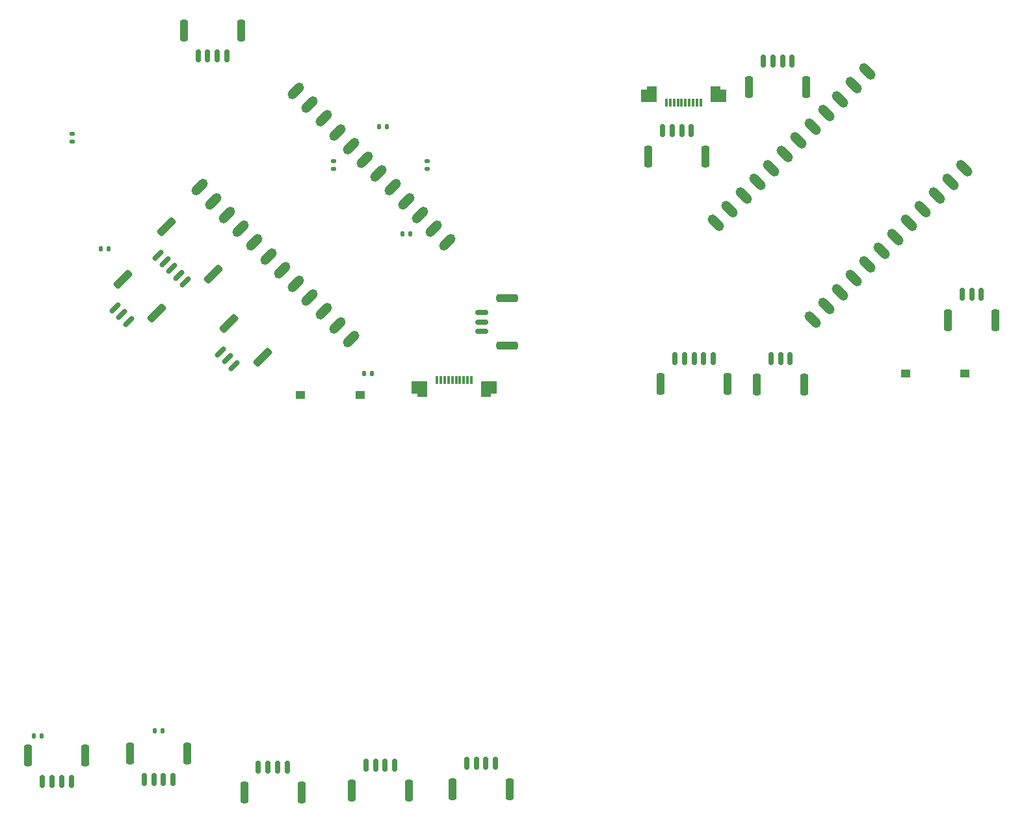
<source format=gbr>
%TF.GenerationSoftware,KiCad,Pcbnew,9.0.4*%
%TF.CreationDate,2026-01-28T15:51:58-05:00*%
%TF.ProjectId,contProto,636f6e74-5072-46f7-946f-2e6b69636164,rev?*%
%TF.SameCoordinates,Original*%
%TF.FileFunction,Paste,Bot*%
%TF.FilePolarity,Positive*%
%FSLAX46Y46*%
G04 Gerber Fmt 4.6, Leading zero omitted, Abs format (unit mm)*
G04 Created by KiCad (PCBNEW 9.0.4) date 2026-01-28 15:51:58*
%MOMM*%
%LPD*%
G01*
G04 APERTURE LIST*
G04 Aperture macros list*
%AMRoundRect*
0 Rectangle with rounded corners*
0 $1 Rounding radius*
0 $2 $3 $4 $5 $6 $7 $8 $9 X,Y pos of 4 corners*
0 Add a 4 corners polygon primitive as box body*
4,1,4,$2,$3,$4,$5,$6,$7,$8,$9,$2,$3,0*
0 Add four circle primitives for the rounded corners*
1,1,$1+$1,$2,$3*
1,1,$1+$1,$4,$5*
1,1,$1+$1,$6,$7*
1,1,$1+$1,$8,$9*
0 Add four rect primitives between the rounded corners*
20,1,$1+$1,$2,$3,$4,$5,0*
20,1,$1+$1,$4,$5,$6,$7,0*
20,1,$1+$1,$6,$7,$8,$9,0*
20,1,$1+$1,$8,$9,$2,$3,0*%
%AMFreePoly0*
4,1,7,0.250000,0.625000,1.050000,0.625000,1.050000,-0.975000,-1.050000,-0.975000,-1.050000,0.975000,0.250000,0.975000,0.250000,0.625000,0.250000,0.625000,$1*%
%AMFreePoly1*
4,1,7,1.050000,-0.975000,-1.050000,-0.975000,-1.050000,0.625000,-0.250000,0.625000,-0.250000,0.975000,1.050000,0.975000,1.050000,-0.975000,1.050000,-0.975000,$1*%
G04 Aperture macros list end*
%ADD10RoundRect,0.635000X0.449020X-0.449006X-0.449006X0.449020X-0.449020X0.449006X0.449006X-0.449020X0*%
%ADD11RoundRect,0.250000X-0.250000X-1.150000X0.250000X-1.150000X0.250000X1.150000X-0.250000X1.150000X0*%
%ADD12RoundRect,0.150000X-0.150000X-0.700000X0.150000X-0.700000X0.150000X0.700000X-0.150000X0.700000X0*%
%ADD13FreePoly0,0.000000*%
%ADD14FreePoly1,0.000000*%
%ADD15RoundRect,0.075000X-0.075000X-0.475000X0.075000X-0.475000X0.075000X0.475000X-0.075000X0.475000X0*%
%ADD16R,1.250000X1.000000*%
%ADD17RoundRect,0.135000X0.185000X-0.135000X0.185000X0.135000X-0.185000X0.135000X-0.185000X-0.135000X0*%
%ADD18RoundRect,0.150000X0.700000X-0.150000X0.700000X0.150000X-0.700000X0.150000X-0.700000X-0.150000X0*%
%ADD19RoundRect,0.250000X1.150000X-0.250000X1.150000X0.250000X-1.150000X0.250000X-1.150000X-0.250000X0*%
%ADD20RoundRect,0.135000X-0.185000X0.135000X-0.185000X-0.135000X0.185000X-0.135000X0.185000X0.135000X0*%
%ADD21RoundRect,0.135000X-0.135000X-0.185000X0.135000X-0.185000X0.135000X0.185000X-0.135000X0.185000X0*%
%ADD22RoundRect,0.150000X0.601041X0.388909X0.388909X0.601041X-0.601041X-0.388909X-0.388909X-0.601041X0*%
%ADD23RoundRect,0.250000X0.989949X0.636396X0.636396X0.989949X-0.989949X-0.636396X-0.636396X-0.989949X0*%
%ADD24RoundRect,0.150000X0.150000X0.700000X-0.150000X0.700000X-0.150000X-0.700000X0.150000X-0.700000X0*%
%ADD25RoundRect,0.250000X0.250000X1.150000X-0.250000X1.150000X-0.250000X-1.150000X0.250000X-1.150000X0*%
%ADD26RoundRect,0.635000X-0.449006X-0.449020X0.449020X0.449006X0.449006X0.449020X-0.449020X-0.449006X0*%
%ADD27RoundRect,0.075000X0.075000X0.475000X-0.075000X0.475000X-0.075000X-0.475000X0.075000X-0.475000X0*%
%ADD28FreePoly1,180.000000*%
%ADD29FreePoly0,180.000000*%
G04 APERTURE END LIST*
D10*
%TO.C,U2*%
X133084077Y-31103565D03*
X131288026Y-32899616D03*
X129491974Y-34695667D03*
X127695923Y-36491718D03*
X125899872Y-38287769D03*
X124103821Y-40083821D03*
X122307769Y-41879872D03*
X120511718Y-43675923D03*
X118715667Y-45471974D03*
X116919616Y-47268026D03*
X115123565Y-49064077D03*
X113327513Y-50860128D03*
X125899872Y-63432487D03*
X127695923Y-61636435D03*
X129491974Y-59840384D03*
X131288026Y-58044333D03*
X133084077Y-56248282D03*
X134880128Y-54452231D03*
X136676179Y-52656179D03*
X138472231Y-50860128D03*
X140268282Y-49064077D03*
X142064333Y-47268026D03*
X143860384Y-45471974D03*
X145656435Y-43675923D03*
%TD*%
D11*
%TO.C,TRACK_B*%
X114850000Y-71850000D03*
X106150000Y-71850000D03*
D12*
X113000000Y-68500000D03*
X111750000Y-68500000D03*
X110500000Y-68500000D03*
X109250000Y-68500000D03*
X108000000Y-68500000D03*
%TD*%
D11*
%TO.C,Rumble*%
X149750000Y-63500000D03*
X143550000Y-63500000D03*
D12*
X147900000Y-60150000D03*
X146650000Y-60150000D03*
X145400000Y-60150000D03*
%TD*%
D13*
%TO.C,L_Joy*%
X113621430Y-34025000D03*
D14*
X104621430Y-34025000D03*
D15*
X111371430Y-35150000D03*
X110871430Y-35150000D03*
X110371430Y-35150000D03*
X109871430Y-35150000D03*
X109371430Y-35150000D03*
X108871430Y-35150000D03*
X108371430Y-35150000D03*
X107871430Y-35150000D03*
X107371430Y-35150000D03*
X106871430Y-35150000D03*
%TD*%
D11*
%TO.C,L_shoulder*%
X125100000Y-33100000D03*
X117650000Y-33100000D03*
D12*
X123250000Y-29750000D03*
X122000000Y-29750000D03*
X120750000Y-29750000D03*
X119500000Y-29750000D03*
%TD*%
D11*
%TO.C,SPL*%
X111975000Y-42150000D03*
X104525000Y-42150000D03*
D12*
X110125000Y-38800000D03*
X108875000Y-38800000D03*
X107625000Y-38800000D03*
X106375000Y-38800000D03*
%TD*%
D16*
%TO.C,RST*%
X138000000Y-70500000D03*
X145750000Y-70500000D03*
%TD*%
D11*
%TO.C,PAD*%
X124850000Y-71900000D03*
X118650000Y-71900000D03*
D12*
X123000000Y-68550000D03*
X121750000Y-68550000D03*
X120500000Y-68550000D03*
%TD*%
%TO.C,J15*%
X53750000Y-121750000D03*
X55000000Y-121750000D03*
X56250000Y-121750000D03*
X57500000Y-121750000D03*
D11*
X51900000Y-125100000D03*
X59350000Y-125100000D03*
%TD*%
D17*
%TO.C,R8*%
X63500000Y-43760000D03*
X63500000Y-42740000D03*
%TD*%
D18*
%TO.C,RUMBLE*%
X82800000Y-65000000D03*
X82800000Y-63750000D03*
X82800000Y-62500000D03*
D19*
X86150000Y-66850000D03*
X86150000Y-60650000D03*
%TD*%
D20*
%TO.C,R20*%
X29500000Y-39240000D03*
X29500000Y-40260000D03*
%TD*%
D21*
%TO.C,R14*%
X72490000Y-52250000D03*
X73510000Y-52250000D03*
%TD*%
%TO.C,R4*%
X24490000Y-117750000D03*
X25510000Y-117750000D03*
%TD*%
%TO.C,R19*%
X67490000Y-70500000D03*
X68510000Y-70500000D03*
%TD*%
D22*
%TO.C,I2C*%
X36848439Y-63669329D03*
X35964556Y-62785445D03*
X35080672Y-61901562D03*
D23*
X40525395Y-62608669D03*
X36141332Y-58224606D03*
%TD*%
D24*
%TO.C,R_SHOULDER*%
X49650000Y-29100000D03*
X48400000Y-29100000D03*
X47150000Y-29100000D03*
X45900000Y-29100000D03*
D25*
X51500000Y-25750000D03*
X44050000Y-25750000D03*
%TD*%
D26*
%TO.C,U1*%
X65815795Y-65960512D03*
X64019744Y-64164461D03*
X62223692Y-62368410D03*
X60427641Y-60572359D03*
X58631590Y-58776308D03*
X56835539Y-56980256D03*
X55039487Y-55184205D03*
X53243436Y-53388154D03*
X51447385Y-51592103D03*
X49651334Y-49796051D03*
X47855283Y-48000000D03*
X46059231Y-46203949D03*
X58631590Y-33631590D03*
X60427641Y-35427642D03*
X62223692Y-37223693D03*
X64019744Y-39019744D03*
X65815795Y-40815795D03*
X67611846Y-42611846D03*
X69407897Y-44407898D03*
X71203949Y-46203949D03*
X73000000Y-48000000D03*
X74796051Y-49796051D03*
X76592102Y-51592103D03*
X78388153Y-53388154D03*
%TD*%
D17*
%TO.C,R18*%
X75750000Y-43760000D03*
X75750000Y-42740000D03*
%TD*%
D22*
%TO.C,PAD*%
X50598439Y-69419329D03*
X49714556Y-68535445D03*
X48830672Y-67651562D03*
D23*
X54275395Y-68358669D03*
X49891332Y-63974606D03*
%TD*%
D16*
%TO.C,RST*%
X67000000Y-73250000D03*
X59250000Y-73250000D03*
%TD*%
D22*
%TO.C,TRACK_B*%
X44232322Y-58553211D03*
X43348438Y-57669328D03*
X42464555Y-56785444D03*
X41580671Y-55901561D03*
X40696788Y-55017677D03*
D23*
X47909277Y-57492551D03*
X41757448Y-51340722D03*
%TD*%
D24*
%TO.C,J1*%
X42625000Y-123375000D03*
X41375000Y-123375000D03*
X40125000Y-123375000D03*
X38875000Y-123375000D03*
D25*
X44475000Y-120025000D03*
X37025000Y-120025000D03*
%TD*%
D24*
%TO.C,J22*%
X29375000Y-123625000D03*
X28125000Y-123625000D03*
X26875000Y-123625000D03*
X25625000Y-123625000D03*
D25*
X31225000Y-120275000D03*
X23775000Y-120275000D03*
%TD*%
D12*
%TO.C,J8*%
X80880000Y-121270000D03*
X82130000Y-121270000D03*
X83380000Y-121270000D03*
X84630000Y-121270000D03*
D11*
X79030000Y-124620000D03*
X86480000Y-124620000D03*
%TD*%
D21*
%TO.C,R2*%
X33240000Y-54250000D03*
X34260000Y-54250000D03*
%TD*%
D27*
%TO.C,R_JOY*%
X81500000Y-71350000D03*
X81000000Y-71350000D03*
X80500000Y-71350000D03*
X80000000Y-71350000D03*
X79500000Y-71350000D03*
X79000000Y-71350000D03*
X78500000Y-71350000D03*
X78000000Y-71350000D03*
X77500000Y-71350000D03*
X77000000Y-71350000D03*
D28*
X83750000Y-72475000D03*
D29*
X74750000Y-72475000D03*
%TD*%
D12*
%TO.C,J16*%
X67750000Y-121500000D03*
X69000000Y-121500000D03*
X70250000Y-121500000D03*
X71500000Y-121500000D03*
D11*
X65900000Y-124850000D03*
X73350000Y-124850000D03*
%TD*%
D21*
%TO.C,R5*%
X69480000Y-38250000D03*
X70500000Y-38250000D03*
%TD*%
%TO.C,R17*%
X40230000Y-117000000D03*
X41250000Y-117000000D03*
%TD*%
M02*

</source>
